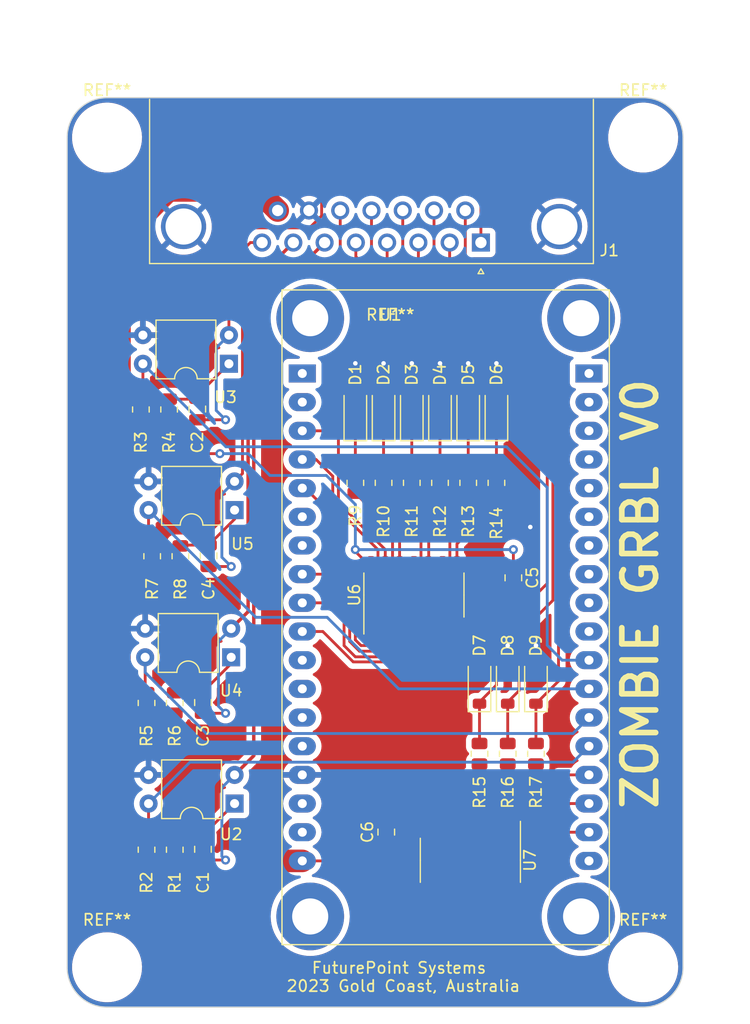
<source format=kicad_pcb>
(kicad_pcb (version 20221018) (generator pcbnew)
  (layers (0 "F.Cu" signal) (31 "B.Cu" signal) (34 "B.Paste" user) (35 "F.Paste" user) (36 "B.SilkS" user "B.Silkscreen") (37 "F.SilkS" user "F.Silkscreen") (38 "B.Mask" user) (39 "F.Mask" user) (44 "Edge.Cuts" user))
  (net 0 "")
  (net 1 "Net-(C1-Pad1)")
  (net 2 "Z_LIMIT")
  (net 3 "Net-(C2-Pad1)")
  (net 4 "TOOL_SENSE")
  (net 5 "Net-(C3-Pad1)")
  (net 6 "Y_LIMIT")
  (net 7 "Net-(C4-Pad1)")
  (net 8 "X_LIMIT")
  (net 9 "+5V")
  (net 10 "GND")
  (net 11 "SPINDLE_M")
  (net 12 "SPINDLE_H")
  (net 13 "SPINDLE_L")
  (net 14 "X_PULSE")
  (net 15 "Z_DIR")
  (net 16 "Y_PULSE")
  (net 17 "Y_DIR")
  (net 18 "Z_PULSE")
  (net 19 "X_DIR")
  (net 20 "G_Z_LIMIT")
  (net 21 "G_TOOL_SENSE")
  (net 22 "G_Y_LIMIT")
  (net 23 "G_X_LIMIT")
  (net 24 "Net-(R9-Pad1)")
  (net 25 "Net-(R10-Pad1)")
  (net 26 "Net-(R11-Pad1)")
  (net 27 "Net-(R12-Pad1)")
  (net 28 "Net-(R13-Pad1)")
  (net 29 "Net-(R14-Pad1)")
  (net 30 "Net-(R15-Pad1)")
  (net 31 "Net-(R16-Pad1)")
  (net 32 "Net-(R17-Pad1)")
  (net 33 "G_SPINDLE_M")
  (net 34 "G_SPINDLE_H")
  (net 35 "G_SPINDLE_L")
  (net 36 "G_X_PULSE")
  (net 37 "G_Z_DIR")
  (net 38 "G_Y_PULSE")
  (net 39 "G_Y_DIR")
  (net 40 "G_Z_PULSE")
  (net 41 "G_X_DIR")
  (footprint "Resistor_SMD:R_0805_2012Metric" (layer "F.Cu") (at 104 69.0875 90)
    (fp_text reference "R12")
    (fp_text value "22R")
  )
  (footprint "Package_DIP:DIP-4_W7.62mm" (layer "F.Cu") (at 85.3 58.54 180)
    (fp_text reference "U3")
    (fp_text value "EL817")
  )
  (footprint "Diode_SMD:D_SOD-123" (layer "F.Cu") (at 96.5 63 90)
    (fp_text reference "D1")
    (fp_text value "DNI")
  )
  (footprint "Package_DIP:DIP-4_W7.62mm" (layer "F.Cu") (at 85.5 84.54 180)
    (fp_text reference "U4")
    (fp_text value "EL817")
  )
  (footprint "Capacitor_SMD:C_0805_2012Metric" (layer "F.Cu") (at 83.5 75.55 -90)
    (fp_text reference "C4")
    (fp_text value "100nf")
  )
  (footprint "custom_mount:MountingHole_3.2mm_M3" (layer "F.Cu") (at 74.5 112)
    (fp_text reference "REF**")
    (fp_text value "MountingHole_3.2mm_M3")
  )
  (footprint "Diode_SMD:D_SOD-123" (layer "F.Cu") (at 106.5 63 90)
    (fp_text reference "D5")
    (fp_text value "BZT52C6V8")
  )
  (footprint "Diode_SMD:D_SOD-123" (layer "F.Cu") (at 110 87 90)
    (fp_text reference "D8")
    (fp_text value "BZT52C6V8")
  )
  (footprint "Resistor_SMD:R_0805_2012Metric" (layer "F.Cu") (at 78.5 75.5875 90)
    (fp_text reference "R7")
    (fp_text value "1K")
  )
  (footprint "Diode_SMD:D_SOD-123" (layer "F.Cu") (at 99 63 90)
    (fp_text reference "D2")
    (fp_text value "DNI")
  )
  (footprint "Resistor_SMD:R_0805_2012Metric" (layer "F.Cu") (at 109 69.0875 90)
    (fp_text reference "R14")
    (fp_text value "22R")
  )
  (footprint "Resistor_SMD:R_0805_2012Metric" (layer "F.Cu") (at 80 62.5875 90)
    (fp_text reference "R4")
    (fp_text value "330R")
  )
  (footprint "Package_DIP:DIP-4_W7.62mm" (layer "F.Cu") (at 85.8 97.5 180)
    (fp_text reference "U2")
    (fp_text value "EL817")
  )
  (footprint "Capacitor_SMD:C_0805_2012Metric" (layer "F.Cu") (at 83 88.55 -90)
    (fp_text reference "C3")
    (fp_text value "100nf")
  )
  (footprint "Resistor_SMD:R_0805_2012Metric" (layer "F.Cu") (at 99 69.0875 90)
    (fp_text reference "R10")
    (fp_text value "22R")
  )
  (footprint "Resistor_SMD:R_0805_2012Metric" (layer "F.Cu") (at 101.5 69.0875 90)
    (fp_text reference "R11")
    (fp_text value "22R")
  )
  (footprint "Diode_SMD:D_SOD-123" (layer "F.Cu") (at 107.5 87 90)
    (fp_text reference "D7")
    (fp_text value "BZT52C6V8")
  )
  (footprint "custom_mount:MountingHole_3.2mm_M3" (layer "F.Cu") (at 122 112)
    (fp_text reference "REF**")
    (fp_text value "MountingHole_3.2mm_M3")
  )
  (footprint "Diode_SMD:D_SOD-123" (layer "F.Cu") (at 104 63 90)
    (fp_text reference "D4")
    (fp_text value "BZT52C6V8")
  )
  (footprint "Resistor_SMD:R_0805_2012Metric" (layer "F.Cu") (at 107.5 93.0875 90)
    (fp_text reference "R15")
    (fp_text value "22R")
  )
  (footprint "Resistor_SMD:R_0805_2012Metric" (layer "F.Cu") (at 80.5 88.5875 90)
    (fp_text reference "R6")
    (fp_text value "330R")
  )
  (footprint "Resistor_SMD:R_0805_2012Metric" (layer "F.Cu") (at 112.5 93.0875 90)
    (fp_text reference "R17")
    (fp_text value "22R")
  )
  (footprint "Resistor_SMD:R_0805_2012Metric" (layer "F.Cu") (at 78 88.5875 90)
    (fp_text reference "R5")
    (fp_text value "1K")
  )
  (footprint "Package_SO:SOIC-14_3.9x8.7mm_P1.27mm" (layer "F.Cu") (at 106.69 102.525 -90)
    (fp_text reference "U7")
    (fp_text value "74LS07")
  )
  (footprint "Diode_SMD:D_SOD-123" (layer "F.Cu") (at 112.5 87 90)
    (fp_text reference "D9")
    (fp_text value "BZT52C6V8")
  )
  (footprint "Resistor_SMD:R_0805_2012Metric" (layer "F.Cu") (at 110 93.0875 90)
    (fp_text reference "R16")
    (fp_text value "22R")
  )
  (footprint "Diode_SMD:D_SOD-123" (layer "F.Cu") (at 101.5 63 90)
    (fp_text reference "D3")
    (fp_text value "DNI")
  )
  (footprint "Capacitor_SMD:C_0805_2012Metric" (layer "F.Cu") (at 82.5 62.55 -90)
    (fp_text reference "C2")
    (fp_text value "100nf")
  )
  (footprint "Connector_Dsub:DSUB-15_Male_Horizontal_P2.77x2.84mm_EdgePinOffset9.90mm_Housed_MountingHolesOffset11.32mm" (layer "F.Cu") (at 107.625 47.800331 180)
    (fp_text reference "J1")
    (fp_text value "DA15_Plug_MountingHoles")
  )
  (footprint "Resistor_SMD:R_0805_2012Metric" (layer "F.Cu") (at 77.5 62.5875 90)
    (fp_text reference "R3")
    (fp_text value "1K")
  )
  (footprint "Resistor_SMD:R_0805_2012Metric" (layer "F.Cu") (at 80.5 101.5875 90)
    (fp_text reference "R1")
    (fp_text value "330R")
  )
  (footprint "Package_SO:SOIC-14_3.9x8.7mm_P1.27mm" (layer "F.Cu") (at 101.69 79.025 90)
    (fp_text reference "U6")
    (fp_text value "74LS07")
  )
  (footprint "Resistor_SMD:R_0805_2012Metric" (layer "F.Cu") (at 106.5 69.0875 90)
    (fp_text reference "R13")
    (fp_text value "22R")
  )
  (footprint "Package_DIP:DIP-4_W7.62mm" (layer "F.Cu") (at 85.8 71.5 180)
    (fp_text reference "U5")
    (fp_text value "EL817")
  )
  (footprint "Resistor_SMD:R_0805_2012Metric" (layer "F.Cu") (at 96.5 69.0875 90)
    (fp_text reference "R9")
    (fp_text value "22R")
  )
  (footprint "custom_mount:MountingHole_3.2mm_M3" (layer "F.Cu") (at 122 38.5)
    (fp_text reference "REF**")
    (fp_text value "MountingHole_3.2mm_M3")
  )
  (footprint "Diode_SMD:D_SOD-123" (layer "F.Cu") (at 109 63 90)
    (fp_text reference "D6")
    (fp_text value "BZT52C6V8")
  )
  (footprint "custom_module:firebeetle_esp32" (layer "F.Cu") (at 91.8 59.39741)
    (fp_text reference "U1")
    (fp_text value "firebeetle_esp32")
  )
  (footprint "Capacitor_SMD:C_0805_2012Metric" (layer "F.Cu") (at 83 101.55 -90)
    (fp_text reference "C1")
    (fp_text value "100nf")
  )
  (footprint "Capacitor_SMD:C_0805_2012Metric" (layer "F.Cu") (at 110.5 77.5 -90)
    (fp_text reference "C5")
    (fp_text value "100nf")
  )
  (footprint "Resistor_SMD:R_0805_2012Metric" (layer "F.Cu") (at 78 101.5875 90)
    (fp_text reference "R2")
    (fp_text value "1K")
  )
  (footprint "custom_mount:MountingHole_3.2mm_M3" (layer "F.Cu") (at 74.5 38.5)
    (fp_text reference "REF**")
    (fp_text value "MountingHole_3.2mm_M3")
  )
  (footprint "Resistor_SMD:R_0805_2012Metric" (layer "F.Cu") (at 81 75.5875 90)
    (fp_text reference "R8")
    (fp_text value "330R")
  )
  (footprint "Capacitor_SMD:C_0805_2012Metric" (layer "F.Cu") (at 99.24 100.025 90)
    (fp_text reference "C6")
    (fp_text value "100nf")
  )
  (gr_line (start 70.964467 38.5) (end 70.964467 112) (stroke (width 0.1)) (layer "Edge.Cuts"))
  (gr_line (start 122 34.964467) (end 74.5 34.964467) (stroke (width 0.1)) (layer "Edge.Cuts"))
  (gr_arc (start 125.535533 112) (mid 124.499999 114.499999) (end 122 115.535533) (stroke (width 0.1)) (layer "Edge.Cuts"))
  (gr_line (start 74.5 115.535533) (end 122 115.535533) (stroke (width 0.1)) (layer "Edge.Cuts"))
  (gr_arc (start 74.5 115.535533) (mid 72.000001 114.499999) (end 70.964467 112) (stroke (width 0.1)) (layer "Edge.Cuts"))
  (gr_arc (start 70.964467 38.5) (mid 72.000001 36.000001) (end 74.5 34.964467) (stroke (width 0.1)) (layer "Edge.Cuts"))
  (gr_line (start 125.535533 112) (end 125.535533 38.5) (stroke (width 0.1)) (layer "Edge.Cuts"))
  (gr_arc (start 122 34.964467) (mid 124.499999 36.000001) (end 125.535533 38.5) (stroke (width 0.1)) (layer "Edge.Cuts"))
  (gr_text "FuturePoint Systems \n2023 Gold Coast, Australia" (at 100.75 114.25) (layer "F.SilkS") (effects (font (size 1 1)) (justify bottom)))
  (gr_text "ZOMBIE GRBL V0" (at 123.5 98.25 90) (layer "F.SilkS") (effects (font (size 3 3) (thickness 0.5)) (justify left bottom)))
  (segment (start 80.5 100.675) (end 82.925 100.675) (width 0.25) (layer "F.Cu") (net 1))
  (segment (start 83 100.6) (end 83 100.3) (width 0.25) (layer "F.Cu") (net 1))
  (segment (start 82.925 100.675) (end 83 100.6) (width 0.25) (layer "F.Cu") (net 1))
  (segment (start 83 100.3) (end 85.8 97.5) (width 0.25) (layer "F.Cu") (net 1))
  (segment (start 87.5 61.5) (end 87.5 93.26) (width 0.3) (layer "F.Cu") (net 2))
  (segment (start 93.775 47.800331) (end 88.567665 53.007665) (width 0.3) (layer "F.Cu") (net 2))
  (segment (start 87.5 61.5) (end 87.5 60.96) (width 0.3) (layer "F.Cu") (net 2))
  (segment (start 87.5 93.26) (end 85.8 94.96) (width 0.3) (layer "F.Cu") (net 2))
  (segment (start 87.5 60.96) (end 88.567665 59.892335) (width 0.3) (layer "F.Cu") (net 2))
  (segment (start 85 102.5) (end 83 102.5) (width 0.25) (layer "F.Cu") (net 2))
  (segment (start 88.567665 59.892335) (end 88.567665 53.007665) (width 0.3) (layer "F.Cu") (net 2))
  (via (at 85 102.5) (size 0.8) (drill 0.4) (layers "F.Cu" "B.Cu") (net 2))
  (segment (start 84.675 96.085) (end 84.675 102.175) (width 0.25) (layer "B.Cu") (net 2))
  (segment (start 84.675 102.175) (end 85 102.5) (width 0.25) (layer "B.Cu") (net 2))
  (segment (start 85.8 94.96) (end 84.675 96.085) (width 0.25) (layer "B.Cu") (net 2))
  (segment (start 82.5 61.6) (end 82.5 61.34) (width 0.25) (layer "F.Cu") (net 3))
  (segment (start 82.425 61.675) (end 82.5 61.6) (width 0.25) (layer "F.Cu") (net 3))
  (segment (start 80 61.675) (end 82.425 61.675) (width 0.25) (layer "F.Cu") (net 3))
  (segment (start 82.5 61.34) (end 85.3 58.54) (width 0.25) (layer "F.Cu") (net 3))
  (segment (start 92.441322 46.5) (end 87 46.5) (width 0.25) (layer "F.Cu") (net 4))
  (segment (start 85.3 54.3) (end 85.3 56) (width 0.25) (layer "F.Cu") (net 4))
  (segment (start 87 46.5) (end 85 48.5) (width 0.25) (layer "F.Cu") (net 4))
  (segment (start 85 54) (end 85.3 54.3) (width 0.25) (layer "F.Cu") (net 4))
  (segment (start 85 48.5) (end 85 54) (width 0.25) (layer "F.Cu") (net 4))
  (segment (start 85 63.5) (end 82.5 63.5) (width 0.25) (layer "F.Cu") (net 4))
  (segment (start 93.515 43.985) (end 93.515 45.426322) (width 0.25) (layer "F.Cu") (net 4))
  (segment (start 107.625 47.800331) (end 107.625 43.625) (width 0.25) (layer "F.Cu") (net 4))
  (segment (start 107.625 43.625) (end 106.5 42.5) (width 0.25) (layer "F.Cu") (net 4))
  (segment (start 95 42.5) (end 93.515 43.985) (width 0.25) (layer "F.Cu") (net 4))
  (segment (start 106.5 42.5) (end 95 42.5) (width 0.25) (layer "F.Cu") (net 4))
  (segment (start 93.515 45.426322) (end 92.441322 46.5) (width 0.25) (layer "F.Cu") (net 4))
  (via (at 85 63.5) (size 0.8) (drill 0.4) (layers "F.Cu" "B.Cu") (net 4))
  (segment (start 85.3 56) (end 84.175 57.125) (width 0.25) (layer "B.Cu") (net 4))
  (segment (start 84.175 57.125) (end 84.175 62.675) (width 0.25) (layer "B.Cu") (net 4))
  (segment (start 84.175 62.675) (end 85 63.5) (width 0.25) (layer "B.Cu") (net 4))
  (segment (start 80.575 87.6) (end 80.5 87.675) (width 0.25) (layer "F.Cu") (net 5))
  (segment (start 85.5 85.1) (end 85.5 84.54) (width 0.25) (layer "F.Cu") (net 5))
  (segment (start 83 87.6) (end 80.575 87.6) (width 0.25) (layer "F.Cu") (net 5))
  (segment (start 83 87.6) (end 85.5 85.1) (width 0.25) (layer "F.Cu") (net 5))
  (segment (start 86.95 80.55) (end 85.5 82) (width 0.25) (layer "F.Cu") (net 6))
  (segment (start 87 60.5) (end 87 80.5) (width 0.3) (layer "F.Cu") (net 6))
  (segment (start 85 89.5) (end 83 89.5) (width 0.25) (layer "F.Cu") (net 6))
  (segment (start 88 59.5) (end 87 60.5) (width 0.3) (layer "F.Cu") (net 6))
  (segment (start 91.005 47.800331) (end 88 50.805331) (width 0.3) (layer "F.Cu") (net 6))
  (segment (start 88 50.805331) (end 88 59.5) (width 0.3) (layer "F.Cu") (net 6))
  (segment (start 87 80.5) (end 86.95 80.55) (width 0.3) (layer "F.Cu") (net 6))
  (segment (start 86.975 80.525) (end 85.5 82) (width 0.3) (layer "F.Cu") (net 6))
  (via (at 85 89.5) (size 0.8) (drill 0.4) (layers "F.Cu" "B.Cu") (net 6))
  (segment (start 84.375 88.875) (end 85 89.5) (width 0.25) (layer "B.Cu") (net 6))
  (segment (start 84.375 83.125) (end 84.375 88.875) (width 0.25) (layer "B.Cu") (net 6))
  (segment (start 85.5 82) (end 84.375 83.125) (width 0.25) (layer "B.Cu") (net 6))
  (segment (start 81.075 74.6) (end 81 74.675) (width 0.25) (layer "F.Cu") (net 7))
  (segment (start 83.5 74.6) (end 81.075 74.6) (width 0.25) (layer "F.Cu") (net 7))
  (segment (start 85.8 72.3) (end 85.8 71.5) (width 0.25) (layer "F.Cu") (net 7))
  (segment (start 83.5 74.6) (end 85.8 72.3) (width 0.25) (layer "F.Cu") (net 7))
  (segment (start 85.5 76.5) (end 83.5 76.5) (width 0.25) (layer "F.Cu") (net 8))
  (segment (start 86 49) (end 86 52.5) (width 0.25) (layer "F.Cu") (net 8))
  (segment (start 86 52.5) (end 86.5 53) (width 0.25) (layer "F.Cu") (net 8))
  (segment (start 88.235 47.800331) (end 87.199669 47.800331) (width 0.25) (layer "F.Cu") (net 8))
  (segment (start 87.199669 47.800331) (end 86 49) (width 0.25) (layer "F.Cu") (net 8))
  (segment (start 86.5 68.26) (end 85.8 68.96) (width 0.25) (layer "F.Cu") (net 8))
  (segment (start 86.5 53) (end 86.5 68.26) (width 0.25) (layer "F.Cu") (net 8))
  (via (at 85.5 76.5) (size 0.8) (drill 0.4) (layers "F.Cu" "B.Cu") (net 8))
  (segment (start 84.675 75.675) (end 85.5 76.5) (width 0.25) (layer "B.Cu") (net 8))
  (segment (start 85.8 68.96) (end 84.675 70.085) (width 0.25) (layer "B.Cu") (net 8))
  (segment (start 84.675 70.085) (end 84.675 75.675) (width 0.25) (layer "B.Cu") (net 8))
  (segment (start 110.5 103.5) (end 110 103) (width 0.25) (layer "F.Cu") (net 9))
  (segment (start 78 102.5) (end 75.6 102.5) (width 0.3) (layer "F.Cu") (net 9))
  (segment (start 77.5 63.5) (end 75.6 63.5) (width 0.3) (layer "F.Cu") (net 9))
  (segment (start 110 103) (end 101.265 103) (width 0.25) (layer "F.Cu") (net 9))
  (segment (start 87.92259 102.57741) (end 91.8 102.57741) (width 2) (layer "F.Cu") (net 9))
  (segment (start 75.6 47.534847) (end 75.6 63.5) (width 2) (layer "F.Cu") (net 9))
  (segment (start 77.5 63.5) (end 80 63.5) (width 0.25) (layer "F.Cu") (net 9))
  (segment (start 75.6 103.54) (end 78.74 106.68) (width 2) (layer "F.Cu") (net 9))
  (segment (start 78.5 76.5) (end 81 76.5) (width 0.25) (layer "F.Cu") (net 9))
  (segment (start 83.82 106.68) (end 87.92259 102.57741) (width 2) (layer "F.Cu") (net 9))
  (segment (start 83 66.5) (end 84.5 66.5) (width 0.25) (layer "F.Cu") (net 9))
  (segment (start 78.74 106.68) (end 83.82 106.68) (width 2) (layer "F.Cu") (net 9))
  (segment (start 80.5 102.5) (end 78 102.5) (width 0.3) (layer "F.Cu") (net 9))
  (segment (start 79.954516 43.180331) (end 75.6 47.534847) (width 2) (layer "F.Cu") (net 9))
  (segment (start 75.6 89.5) (end 75.6 102.5) (width 2) (layer "F.Cu") (net 9))
  (segment (start 78 89.5) (end 80.5 89.5) (width 0.25) (layer "F.Cu") (net 9))
  (segment (start 78 89.5) (end 75.6 89.5) (width 0.3) (layer "F.Cu") (net 9))
  (segment (start 75.6 76.5) (end 75.6 89.5) (width 2) (layer "F.Cu") (net 9))
  (segment (start 89.62 44.960331) (end 87.84 43.180331) (width 2) (layer "F.Cu") (net 9))
  (segment (start 101.265 103) (end 99.24 100.975) (width 0.25) (layer "F.Cu") (net 9))
  (segment (start 99.24 100.975) (end 97.63759 102.57741) (width 0.25) (layer "F.Cu") (net 9))
  (segment (start 80 63.5) (end 83 66.5) (width 0.25) (layer "F.Cu") (net 9))
  (segment (start 96.5 75.17) (end 97.88 76.55) (width 0.25) (layer "F.Cu") (net 9))
  (segment (start 75.6 102.5) (end 75.6 103.54) (width 2) (layer "F.Cu") (net 9))
  (segment (start 78.5 76.5) (end 75.6 76.5) (width 0.3) (layer "F.Cu") (net 9))
  (segment (start 110.5 105) (end 110.5 103.5) (width 0.25) (layer "F.Cu") (net 9))
  (segment (start 96.5 75) (end 96.5 75.17) (width 0.25) (layer "F.Cu") (net 9))
  (segment (start 87.84 43.180331) (end 79.954516 43.180331) (width 2) (layer "F.Cu") (net 9))
  (segment (start 75.6 63.5) (end 75.6 76.5) (width 2) (layer "F.Cu") (net 9))
  (segment (start 97.63759 102.57741) (end 91.8 102.57741) (width 0.25) (layer "F.Cu") (net 9))
  (segment (start 110.5 75) (end 110.5 76.55) (width 0.25) (layer "F.Cu") (net 9))
  (via (at 96.5 75) (size 0.8) (drill 0.4) (layers "F.Cu" "B.Cu") (net 9))
  (via (at 84.5 66.5) (size 0.8) (drill 0.4) (layers "F.Cu" "B.Cu") (net 9))
  (via (at 110.5 75) (size 0.8) (drill 0.4) (layers "F.Cu" "B.Cu") (net 9))
  (segment (start 96.5 71) (end 96.5 75) (width 0.25) (layer "B.Cu") (net 9))
  (segment (start 84.5 66.5) (end 87 66.5) (width 0.25) (layer "B.Cu") (net 9))
  (segment (start 96.5 75) (end 110.5 75) (width 0.25) (layer "B.Cu") (net 9))
  (segment (start 93.93241 68.43241) (end 96.5 71) (width 0.25) (layer "B.Cu") (net 9))
  (segment (start 87 66.5) (end 88.93241 68.43241) (width 0.25) (layer "B.Cu") (net 9))
  (segment (start 88.93241 68.43241) (end 93.93241 68.43241) (width 0.25) (layer "B.Cu") (net 9))
  (segment (start 110 85.35) (end 110 83.5) (width 0.25) (layer "F.Cu") (net 10))
  (segment (start 109 61.35) (end 109 58.5) (width 0.3) (layer "F.Cu") (net 10))
  (segment (start 96.5 61.35) (end 96.5 58.5) (width 0.25) (layer "F.Cu") (net 10))
  (segment (start 101.5 61.35) (end 101.5 58.5) (width 0.25) (layer "F.Cu") (net 10))
  (segment (start 112 78) (end 112 73) (width 0.3) (layer "F.Cu") (net 10))
  (segment (start 110.5 78.45) (end 111.55 78.45) (width 0.3) (layer "F.Cu") (net 10))
  (segment (start 106.5 61.35) (end 106.5 58.5) (width 0.25) (layer "F.Cu") (net 10))
  (segment (start 99 61.35) (end 99 58.5) (width 0.25) (layer "F.Cu") (net 10))
  (segment (start 112.5 85.35) (end 112.5 83.5) (width 0.25) (layer "F.Cu") (net 10))
  (segment (start 104 61.35) (end 104 58.5) (width 0.25) (layer "F.Cu") (net 10))
  (segment (start 111.55 78.45) (end 112 78) (width 0.3) (layer "F.Cu") (net 10))
  (via (at 106.5 58.5) (size 0.8) (drill 0.4) (layers "F.Cu" "B.Cu") (net 10))
  (via (at 96.5 58.5) (size 0.8) (drill 0.4) (layers "F.Cu" "B.Cu") (net 10))
  (via (at 110 83.5) (size 0.8) (drill 0.4) (layers "F.Cu" "B.Cu") (net 10))
  (via (at 101.5 58.5) (size 0.8) (drill 0.4) (layers "F.Cu" "B.Cu") (net 10))
  (via (at 99 58.5) (size 0.8) (drill 0.4) (layers "F.Cu" "B.Cu") (net 10))
  (via (at 112.5 83.5) (size 0.8) (drill 0.4) (layers "F.Cu" "B.Cu") (net 10))
  (via (at 104 58.5) (size 0.8) (drill 0.4) (layers "F.Cu" "B.Cu") (net 10))
  (via (at 112 73) (size 0.8) (drill 0.4) (layers "F.Cu" "B.Cu") (net 10))
  (via (at 109 58.5) (size 0.8) (drill 0.4) (layers "F.Cu" "B.Cu") (net 10))
  (segment (start 95 63.15) (end 96.5 64.65) (width 0.25) (layer "F.Cu") (net 11))
  (segment (start 97 51.5) (end 97 55.5) (width 0.25) (layer "F.Cu") (net 11))
  (segment (start 96.5 64.65) (end 96.5 68.175) (width 0.25) (layer "F.Cu") (net 11))
  (segment (start 97 55.5) (end 95 57.5) (width 0.25) (layer "F.Cu") (net 11))
  (segment (start 95.16 49.66) (end 97 51.5) (width 0.25) (layer "F.Cu") (net 11))
  (segment (start 95 57.5) (end 95 63.15) (width 0.25) (layer "F.Cu") (net 11))
  (segment (start 95.16 44.960331) (end 95.16 49.66) (width 0.25) (layer "F.Cu") (net 11))
  (segment (start 96.545 49.045) (end 98 50.5) (width 0.25) (layer "F.Cu") (net 12))
  (segment (start 98 63.65) (end 99 64.65) (width 0.25) (layer "F.Cu") (net 12))
  (segment (start 98 50.5) (end 98 63.65) (width 0.25) (layer "F.Cu") (net 12))
  (segment (start 99 64.65) (end 99 68.175) (width 0.25) (layer "F.Cu") (net 12))
  (segment (start 96.545 47.800331) (end 96.545 49.045) (width 0.25) (layer "F.Cu") (net 12))
  (segment (start 100.5 63.65) (end 101.5 64.65) (width 0.25) (layer "F.Cu") (net 13))
  (segment (start 97.93 44.960331) (end 97.93 48.93) (width 0.25) (layer "F.Cu") (net 13))
  (segment (start 101.5 64.65) (end 101.5 68.175) (width 0.25) (layer "F.Cu") (net 13))
  (segment (start 100.5 51.5) (end 100.5 63.65) (width 0.25) (layer "F.Cu") (net 13))
  (segment (start 97.93 48.93) (end 100.5 51.5) (width 0.25) (layer "F.Cu") (net 13))
  (segment (start 99.315 49.315) (end 103 53) (width 0.25) (layer "F.Cu") (net 14))
  (segment (start 103 53) (end 103 63.65) (width 0.25) (layer "F.Cu") (net 14))
  (segment (start 104 64.65) (end 104 68.175) (width 0.25) (layer "F.Cu") (net 14))
  (segment (start 103 63.65) (end 104 64.65) (width 0.25) (layer "F.Cu") (net 14))
  (segment (start 99.315 47.800331) (end 99.315 49.315) (width 0.25) (layer "F.Cu") (net 14))
  (segment (start 105 63.15) (end 106.5 64.65) (width 0.25) (layer "F.Cu") (net 15))
  (segment (start 106.5 64.65) (end 106.5 68.175) (width 0.25) (layer "F.Cu") (net 15))
  (segment (start 105 54) (end 105 63.15) (width 0.25) (layer "F.Cu") (net 15))
  (segment (start 100.7 44.960331) (end 100.7 49.7) (width 0.25) (layer "F.Cu") (net 15))
  (segment (start 100.7 49.7) (end 105 54) (width 0.25) (layer "F.Cu") (net 15))
  (segment (start 107.5 63.15) (end 109 64.65) (width 0.25) (layer "F.Cu") (net 16))
  (segment (start 109 64.65) (end 109 68.175) (width 0.25) (layer "F.Cu") (net 16))
  (segment (start 107.5 55.5) (end 107.5 63.15) (width 0.25) (layer "F.Cu") (net 16))
  (segment (start 102.085 47.800331) (end 102.085 50.085) (width 0.25) (layer "F.Cu") (net 16))
  (segment (start 102.085 50.085) (end 107.5 55.5) (width 0.25) (layer "F.Cu") (net 16))
  (segment (start 103.47 44.960331) (end 103.47 50.47) (width 0.25) (layer "F.Cu") (net 17))
  (segment (start 107.5 88.5) (end 107.5 88.65) (width 0.25) (layer "F.Cu") (net 17))
  (segment (start 113.5 78) (end 109 82.5) (width 0.25) (layer "F.Cu") (net 17))
  (segment (start 109 87) (end 107.5 88.5) (width 0.25) (layer "F.Cu") (net 17))
  (segment (start 103.47 50.47) (end 113.5 60.5) (width 0.25) (layer "F.Cu") (net 17))
  (segment (start 109 82.5) (end 109 87) (width 0.25) (layer "F.Cu") (net 17))
  (segment (start 107.5 88.65) (end 107.5 92.175) (width 0.25) (layer "F.Cu") (net 17))
  (segment (start 113.5 60.5) (end 113.5 78) (width 0.25) (layer "F.Cu") (net 17))
  (segment (start 110 88.65) (end 110 92.175) (width 0.25) (layer "F.Cu") (net 18))
  (segment (start 111 87.5) (end 110 88.5) (width 0.25) (layer "F.Cu") (net 18))
  (segment (start 111 82.5) (end 111 87.5) (width 0.25) (layer "F.Cu") (net 18))
  (segment (start 104.855 50.855) (end 114 60) (width 0.25) (layer "F.Cu") (net 18))
  (segment (start 104.855 47.800331) (end 104.855 50.855) (width 0.25) (layer "F.Cu") (net 18))
  (segment (start 110 88.5) (end 110 88.65) (width 0.25) (layer "F.Cu") (net 18))
  (segment (start 114 60) (end 114 79.5) (width 0.25) (layer "F.Cu") (net 18))
  (segment (start 114 79.5) (end 111 82.5) (width 0.25) (layer "F.Cu") (net 18))
  (segment (start 114.5 86.65) (end 112.5 88.65) (width 0.25) (layer "F.Cu") (net 19))
  (segment (start 112.5 88.65) (end 112.5 92.175) (width 0.25) (layer "F.Cu") (net 19))
  (segment (start 106.24 51.24) (end 114.5 59.5) (width 0.25) (layer "F.Cu") (net 19))
  (segment (start 114.5 59.5) (end 114.5 86.65) (width 0.25) (layer "F.Cu") (net 19))
  (segment (start 106.24 44.960331) (end 106.24 51.24) (width 0.25) (layer "F.Cu") (net 19))
  (segment (start 78.18 100.495) (end 78.18 97.5) (width 0.25) (layer "F.Cu") (net 20))
  (segment (start 78 100.675) (end 78.18 100.495) (width 0.25) (layer "F.Cu") (net 20))
  (segment (start 81.84759 93.83241) (end 115.785 93.83241) (width 0.25) (layer "B.Cu") (net 20))
  (segment (start 115.785 93.83241) (end 117.2 92.41741) (width 0.25) (layer "B.Cu") (net 20))
  (segment (start 78.18 97.5) (end 81.84759 93.83241) (width 0.25) (layer "B.Cu") (net 20))
  (segment (start 77.68 58.54) (end 77.68 61.495) (width 0.25) (layer "F.Cu") (net 21))
  (segment (start 77.68 61.495) (end 77.5 61.675) (width 0.25) (layer "F.Cu") (net 21))
  (segment (start 85.03241 65.89241) (end 109.89241 65.89241) (width 0.25) (layer "B.Cu") (net 21))
  (segment (start 113.5 69.5) (end 113.5 83.474696) (width 0.25) (layer "B.Cu") (net 21))
  (segment (start 109.89241 65.89241) (end 113.5 69.5) (width 0.25) (layer "B.Cu") (net 21))
  (segment (start 113.5 83.474696) (end 114.822714 84.79741) (width 0.25) (layer "B.Cu") (net 21))
  (segment (start 77.68 58.54) (end 85.03241 65.89241) (width 0.25) (layer "B.Cu") (net 21))
  (segment (start 114.822714 84.79741) (end 117.2 84.79741) (width 0.25) (layer "B.Cu") (net 21))
  (segment (start 77.88 87.555) (end 77.88 84.54) (width 0.25) (layer "F.Cu") (net 22))
  (segment (start 78 87.675) (end 77.88 87.555) (width 0.25) (layer "F.Cu") (net 22))
  (segment (start 83.29241 91.29241) (end 77.88 85.88) (width 0.25) (layer "B.Cu") (net 22))
  (segment (start 77.88 85.88) (end 77.88 84.54) (width 0.25) (layer "B.Cu") (net 22))
  (segment (start 115.785 91.29241) (end 83.29241 91.29241) (width 0.25) (layer "B.Cu") (net 22))
  (segment (start 117.2 89.87741) (end 115.785 91.29241) (width 0.25) (layer "B.Cu") (net 22))
  (segment (start 78.18 74.355) (end 78.5 74.675) (width 0.25) (layer "F.Cu") (net 23))
  (segment (start 78.18 71.5) (end 78.18 74.355) (width 0.25) (layer "F.Cu") (net 23))
  (segment (start 94 81) (end 87.68 81) (width 0.25) (layer "B.Cu") (net 23))
  (segment (start 100.33741 87.33741) (end 94 81) (width 0.25) (layer "B.Cu") (net 23))
  (segment (start 117.2 87.33741) (end 100.33741 87.33741) (width 0.25) (layer "B.Cu") (net 23))
  (segment (start 87.68 81) (end 78.18 71.5) (width 0.25) (layer "B.Cu") (net 23))
  (segment (start 99.795 78.705) (end 99.795 73.295) (width 0.25) (layer "F.Cu") (net 24))
  (segment (start 99.795 73.295) (end 96.5 70) (width 0.25) (layer "F.Cu") (net 24))
  (segment (start 99.15 81.5) (end 99.15 79.35) (width 0.25) (layer "F.Cu") (net 24))
  (segment (start 99.15 79.35) (end 99.795 78.705) (width 0.25) (layer "F.Cu") (net 24))
  (segment (start 100.42 71.42) (end 100.42 76.55) (width 0.25) (layer "F.Cu") (net 25))
  (segment (start 99 70) (end 100.42 71.42) (width 0.25) (layer "F.Cu") (net 25))
  (segment (start 101.69 79.31) (end 101.69 81.5) (width 0.25) (layer "F.Cu") (net 26))
  (segment (start 102.315 70.815) (end 102.315 78.685) (width 0.25) (layer "F.Cu") (net 26))
  (segment (start 101.5 70) (end 102.315 70.815) (width 0.25) (layer "F.Cu") (net 26))
  (segment (start 102.315 78.685) (end 101.69 79.31) (width 0.25) (layer "F.Cu") (net 26))
  (segment (start 104 70) (end 104 72.5) (width 0.25) (layer "F.Cu") (net 27))
  (segment (start 104 72.5) (end 103 73.5) (width 0.25) (layer "F.Cu") (net 27))
  (segment (start 103 76.51) (end 102.96 76.55) (width 0.25) (layer "F.Cu") (net 27))
  (segment (start 103 73.5) (end 103 76.51) (width 0.25) (layer "F.Cu") (net 27))
  (segment (start 104.23 79.42) (end 104.875 78.775) (width 0.25) (layer "F.Cu") (net 28))
  (segment (start 104.875 71.625) (end 104.875 78.775) (width 0.25) (layer "F.Cu") (net 28))
  (segment (start 104.23 81.5) (end 104.23 79.42) (width 0.25) (layer "F.Cu") (net 28))
  (segment (start 106.5 70) (end 104.875 71.625) (width 0.25) (layer "F.Cu") (net 28))
  (segment (start 105.5 74.5) (end 105.5 76.55) (width 0.25) (layer "F.Cu") (net 29))
  (segment (start 109 71) (end 109 70) (width 0.25) (layer "F.Cu") (net 29))
  (segment (start 109 71) (end 105.5 74.5) (width 0.25) (layer "F.Cu") (net 29))
  (segment (start 104.15 100.05) (end 104.15 97.35) (width 0.25) (layer "F.Cu") (net 30))
  (segment (start 104.15 97.35) (end 107.5 94) (width 0.25) (layer "F.Cu") (net 30))
  (segment (start 106.69 97.31) (end 106.69 100.05) (width 0.25) (layer "F.Cu") (net 31))
  (segment (start 110 94) (end 106.69 97.31) (width 0.25) (layer "F.Cu") (net 31))
  (segment (start 109.23 97.27) (end 109.23 100.05) (width 0.25) (layer "F.Cu") (net 32))
  (segment (start 112.5 94) (end 109.23 97.27) (width 0.25) (layer "F.Cu") (net 32))
  (segment (start 91.8 67.01741) (end 93.01741 67.01741) (width 0.25) (layer "F.Cu") (net 33))
  (segment (start 98.505 78.495) (end 97.88 79.12) (width 0.25) (layer "F.Cu") (net 33))
  (segment (start 93.01741 67.01741) (end 94.5 68.5) (width 0.25) (layer "F.Cu") (net 33))
  (segment (start 94.5 71) (end 98.505 75.005) (width 0.25) (layer "F.Cu") (net 33))
  (segment (start 98.505 75.005) (end 98.505 78.495) (width 0.25) (layer "F.Cu") (net 33))
  (segment (start 94.5 68.5) (end 94.5 71) (width 0.25) (layer "F.Cu") (net 33))
  (segment (start 97.88 79.12) (end 97.88 81.5) (width 0.25) (layer "F.Cu") (net 33))
  (segment (start 95 65) (end 95 70.85) (width 0.25) (layer "F.Cu") (net 34))
  (segment (start 95 70.85) (end 99.15 75) (width 0.25) (layer "F.Cu") (net 34))
  (segment (start 99.15 75) (end 99.15 76.55) (width 0.25) (layer "F.Cu") (net 34))
  (segment (start 94.47741 64.47741) (end 95 65) (width 0.25) (layer "F.Cu") (net 34))
  (segment (start 91.8 64.47741) (end 94.47741 64.47741) (width 0.25) (layer "F.Cu") (net 34))
  (segment (start 95 72.5) (end 95 76) (width 0.25) (layer "F.Cu") (net 35))
  (segment (start 92.05741 69.55741) (end 95 72.5) (width 0.25) (layer "F.Cu") (net 35))
  (segment (start 100.42 83.08) (end 100.42 81.5) (width 0.25) (layer "F.Cu") (net 35))
  (segment (start 95 76) (end 96.5 77.5) (width 0.25) (layer "F.Cu") (net 35))
  (segment (start 97 83.5) (end 100 83.5) (width 0.25) (layer "F.Cu") (net 35))
  (segment (start 96.5 77.5) (end 96.5 83) (width 0.25) (layer "F.Cu") (net 35))
  (segment (start 91.8 69.55741) (end 92.05741 69.55741) (width 0.25) (layer "F.Cu") (net 35))
  (segment (start 100 83.5) (end 100.42 83.08) (width 0.25) (layer "F.Cu") (net 35))
  (segment (start 96.5 83) (end 97 83.5) (width 0.25) (layer "F.Cu") (net 35))
  (segment (start 101.045 83.091396) (end 101.045 79.318604) (width 0.25) (layer "F.Cu") (net 36))
  (segment (start 96.863604 84) (end 100.136396 84) (width 0.25) (layer "F.Cu") (net 36))
  (segment (start 101.69 78.673604) (end 101.69 76.55) (width 0.25) (layer "F.Cu") (net 36))
  (segment (start 96 78) (end 96 83.136396) (width 0.25) (layer "F.Cu") (net 36))
  (segment (start 100.136396 84) (end 101.045 83.091396) (width 0.25) (layer "F.Cu") (net 36))
  (segment (start 95.17741 77.17741) (end 96 78) (width 0.25) (layer "F.Cu") (net 36))
  (segment (start 96 83.136396) (end 96.863604 84) (width 0.25) (layer "F.Cu") (net 36))
  (segment (start 91.8 77.17741) (end 95.17741 77.17741) (width 0.25) (layer "F.Cu") (net 36))
  (segment (start 101.045 79.318604) (end 101.69 78.673604) (width 0.25) (layer "F.Cu") (net 36))
  (segment (start 93.621014 82.25741) (end 96.313604 84.95) (width 0.25) (layer "F.Cu") (net 37))
  (segment (start 103 83.5) (end 103 81.54) (width 0.25) (layer "F.Cu") (net 37))
  (segment (start 101.55 84.95) (end 103 83.5) (width 0.25) (layer "F.Cu") (net 37))
  (segment (start 96.313604 84.95) (end 101.55 84.95) (width 0.25) (layer "F.Cu") (net 37))
  (segment (start 103 81.54) (end 102.96 81.5) (width 0.25) (layer "F.Cu") (net 37))
  (segment (start 91.8 82.25741) (end 93.621014 82.25741) (width 0.25) (layer "F.Cu") (net 37))
  (segment (start 91.8 79.71741) (end 94.71741 79.71741) (width 0.25) (layer "F.Cu") (net 38))
  (segment (start 94.71741 79.71741) (end 95.5 80.5) (width 0.25) (layer "F.Cu") (net 38))
  (segment (start 102.335 79.665) (end 104.23 77.77) (width 0.25) (layer "F.Cu") (net 38))
  (segment (start 96.5 84.5) (end 100.336751 84.5) (width 0.25) (layer "F.Cu") (net 38))
  (segment (start 95.5 83.5) (end 96.5 84.5) (width 0.25) (layer "F.Cu") (net 38))
  (segment (start 100.336751 84.5) (end 102.335 82.501751) (width 0.25) (layer "F.Cu") (net 38))
  (segment (start 102.335 82.501751) (end 102.335 79.665) (width 0.25) (layer "F.Cu") (net 38))
  (segment (start 104.23 77.77) (end 104.23 76.55) (width 0.25) (layer "F.Cu") (net 38))
  (segment (start 95.5 80.5) (end 95.5 83.5) (width 0.25) (layer "F.Cu") (net 38))
  (segment (start 105.42 100.05) (end 105.42 100.426751) (width 0.25) (layer "F.Cu") (net 39))
  (segment (start 107.443249 102.45) (end 111.55 102.45) (width 0.25) (layer "F.Cu") (net 39))
  (segment (start 114.03741 100.03741) (end 117.2 100.03741) (width 0.25) (layer "F.Cu") (net 39))
  (segment (start 105.42 100.426751) (end 107.443249 102.45) (width 0.25) (layer "F.Cu") (net 39))
  (segment (start 111.55 102.45) (end 114 100) (width 0.25) (layer "F.Cu") (net 39))
  (segment (start 114 100) (end 114.03741 100.03741) (width 0.25) (layer "F.Cu") (net 39))
  (segment (start 109 102) (end 111 102) (width 0.25) (layer "F.Cu") (net 40))
  (segment (start 107.96 100.96) (end 109 102) (width 0.25) (layer "F.Cu") (net 40))
  (segment (start 111 102) (end 115.50259 97.49741) (width 0.25) (layer "F.Cu") (net 40))
  (segment (start 107.96 100.05) (end 107.96 100.96) (width 0.25) (layer "F.Cu") (net 40))
  (segment (start 115.50259 97.49741) (end 117.2 97.49741) (width 0.25) (layer "F.Cu") (net 40))
  (segment (start 110.5 100.05) (end 110.5 99) (width 0.25) (layer "F.Cu") (net 41))
  (segment (start 110.5 99) (end 114.54259 94.95741) (width 0.25) (layer "F.Cu") (net 41))
  (segment (start 114.54259 94.95741) (end 117.2 94.95741) (width 0.25) (layer "F.Cu") (net 41))
  (zone (net 10) (net_name "GND") (layer "F.Cu") (priority 1) (connect_pads (clearance 0.5)) (min_thickness 0.25) (fill yes (thermal_gap 0.5) (thermal_bridge_width 0.5))
    (polygon (pts (xy 125.5 35) (xy 71 35) (xy 71 115.5) (xy 125.5 115.5)))
  )
  (zone (net 10) (net_name "GND") (layer "B.Cu") (connect_pads (clearance 0.5)) (min_thickness 0.25) (fill yes (thermal_gap 0.5) (thermal_bridge_width 0.5))
    (polygon (pts (xy 71 115.5) (xy 125.5 115.5) (xy 125.5 35) (xy 71 35)))
  )
)
</source>
